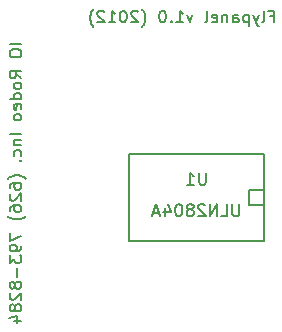
<source format=gbo>
G04 (created by PCBNEW-RS274X (2011-05-25)-stable) date Fri 25 Jan 2013 03:29:58 PM PST*
G01*
G70*
G90*
%MOIN*%
G04 Gerber Fmt 3.4, Leading zero omitted, Abs format*
%FSLAX34Y34*%
G04 APERTURE LIST*
%ADD10C,0.006000*%
%ADD11C,0.007900*%
%ADD12C,0.008000*%
G04 APERTURE END LIST*
G54D10*
G54D11*
X40316Y-28448D02*
X39922Y-28448D01*
X39922Y-28711D02*
X39922Y-28786D01*
X39941Y-28823D01*
X39979Y-28861D01*
X40054Y-28880D01*
X40185Y-28880D01*
X40260Y-28861D01*
X40298Y-28823D01*
X40316Y-28786D01*
X40316Y-28711D01*
X40298Y-28673D01*
X40260Y-28636D01*
X40185Y-28617D01*
X40054Y-28617D01*
X39979Y-28636D01*
X39941Y-28673D01*
X39922Y-28711D01*
X40316Y-29574D02*
X40129Y-29443D01*
X40316Y-29349D02*
X39922Y-29349D01*
X39922Y-29499D01*
X39941Y-29536D01*
X39960Y-29555D01*
X39998Y-29574D01*
X40054Y-29574D01*
X40091Y-29555D01*
X40110Y-29536D01*
X40129Y-29499D01*
X40129Y-29349D01*
X40316Y-29799D02*
X40298Y-29762D01*
X40279Y-29743D01*
X40241Y-29724D01*
X40129Y-29724D01*
X40091Y-29743D01*
X40073Y-29762D01*
X40054Y-29799D01*
X40054Y-29855D01*
X40073Y-29893D01*
X40091Y-29912D01*
X40129Y-29930D01*
X40241Y-29930D01*
X40279Y-29912D01*
X40298Y-29893D01*
X40316Y-29855D01*
X40316Y-29799D01*
X40316Y-30268D02*
X39922Y-30268D01*
X40298Y-30268D02*
X40316Y-30230D01*
X40316Y-30155D01*
X40298Y-30118D01*
X40279Y-30099D01*
X40241Y-30080D01*
X40129Y-30080D01*
X40091Y-30099D01*
X40073Y-30118D01*
X40054Y-30155D01*
X40054Y-30230D01*
X40073Y-30268D01*
X40298Y-30605D02*
X40316Y-30567D01*
X40316Y-30492D01*
X40298Y-30455D01*
X40260Y-30436D01*
X40110Y-30436D01*
X40073Y-30455D01*
X40054Y-30492D01*
X40054Y-30567D01*
X40073Y-30605D01*
X40110Y-30624D01*
X40148Y-30624D01*
X40185Y-30436D01*
X40316Y-30849D02*
X40298Y-30812D01*
X40279Y-30793D01*
X40241Y-30774D01*
X40129Y-30774D01*
X40091Y-30793D01*
X40073Y-30812D01*
X40054Y-30849D01*
X40054Y-30905D01*
X40073Y-30943D01*
X40091Y-30962D01*
X40129Y-30980D01*
X40241Y-30980D01*
X40279Y-30962D01*
X40298Y-30943D01*
X40316Y-30905D01*
X40316Y-30849D01*
X40316Y-31449D02*
X39922Y-31449D01*
X40054Y-31637D02*
X40316Y-31637D01*
X40091Y-31637D02*
X40073Y-31656D01*
X40054Y-31693D01*
X40054Y-31749D01*
X40073Y-31787D01*
X40110Y-31806D01*
X40316Y-31806D01*
X40298Y-32162D02*
X40316Y-32124D01*
X40316Y-32049D01*
X40298Y-32012D01*
X40279Y-31993D01*
X40241Y-31974D01*
X40129Y-31974D01*
X40091Y-31993D01*
X40073Y-32012D01*
X40054Y-32049D01*
X40054Y-32124D01*
X40073Y-32162D01*
X40279Y-32331D02*
X40298Y-32350D01*
X40316Y-32331D01*
X40298Y-32312D01*
X40279Y-32331D01*
X40316Y-32331D01*
X40467Y-32931D02*
X40448Y-32913D01*
X40392Y-32875D01*
X40354Y-32856D01*
X40298Y-32838D01*
X40204Y-32819D01*
X40129Y-32819D01*
X40035Y-32838D01*
X39979Y-32856D01*
X39941Y-32875D01*
X39885Y-32913D01*
X39866Y-32931D01*
X39922Y-33251D02*
X39922Y-33176D01*
X39941Y-33138D01*
X39960Y-33119D01*
X40016Y-33082D01*
X40091Y-33063D01*
X40241Y-33063D01*
X40279Y-33082D01*
X40298Y-33101D01*
X40316Y-33138D01*
X40316Y-33213D01*
X40298Y-33251D01*
X40279Y-33269D01*
X40241Y-33288D01*
X40148Y-33288D01*
X40110Y-33269D01*
X40091Y-33251D01*
X40073Y-33213D01*
X40073Y-33138D01*
X40091Y-33101D01*
X40110Y-33082D01*
X40148Y-33063D01*
X39960Y-33438D02*
X39941Y-33457D01*
X39922Y-33494D01*
X39922Y-33588D01*
X39941Y-33626D01*
X39960Y-33644D01*
X39998Y-33663D01*
X40035Y-33663D01*
X40091Y-33644D01*
X40316Y-33419D01*
X40316Y-33663D01*
X39922Y-34001D02*
X39922Y-33926D01*
X39941Y-33888D01*
X39960Y-33869D01*
X40016Y-33832D01*
X40091Y-33813D01*
X40241Y-33813D01*
X40279Y-33832D01*
X40298Y-33851D01*
X40316Y-33888D01*
X40316Y-33963D01*
X40298Y-34001D01*
X40279Y-34019D01*
X40241Y-34038D01*
X40148Y-34038D01*
X40110Y-34019D01*
X40091Y-34001D01*
X40073Y-33963D01*
X40073Y-33888D01*
X40091Y-33851D01*
X40110Y-33832D01*
X40148Y-33813D01*
X40467Y-34169D02*
X40448Y-34188D01*
X40392Y-34226D01*
X40354Y-34244D01*
X40298Y-34263D01*
X40204Y-34282D01*
X40129Y-34282D01*
X40035Y-34263D01*
X39979Y-34244D01*
X39941Y-34226D01*
X39885Y-34188D01*
X39866Y-34169D01*
X39922Y-34732D02*
X39922Y-34995D01*
X40316Y-34826D01*
X40316Y-35164D02*
X40316Y-35239D01*
X40298Y-35276D01*
X40279Y-35295D01*
X40223Y-35332D01*
X40148Y-35351D01*
X39998Y-35351D01*
X39960Y-35332D01*
X39941Y-35314D01*
X39922Y-35276D01*
X39922Y-35201D01*
X39941Y-35164D01*
X39960Y-35145D01*
X39998Y-35126D01*
X40091Y-35126D01*
X40129Y-35145D01*
X40148Y-35164D01*
X40166Y-35201D01*
X40166Y-35276D01*
X40148Y-35314D01*
X40129Y-35332D01*
X40091Y-35351D01*
X39922Y-35482D02*
X39922Y-35726D01*
X40073Y-35595D01*
X40073Y-35651D01*
X40091Y-35689D01*
X40110Y-35707D01*
X40148Y-35726D01*
X40241Y-35726D01*
X40279Y-35707D01*
X40298Y-35689D01*
X40316Y-35651D01*
X40316Y-35539D01*
X40298Y-35501D01*
X40279Y-35482D01*
X40166Y-35895D02*
X40166Y-36195D01*
X40091Y-36439D02*
X40073Y-36402D01*
X40054Y-36383D01*
X40016Y-36364D01*
X39998Y-36364D01*
X39960Y-36383D01*
X39941Y-36402D01*
X39922Y-36439D01*
X39922Y-36514D01*
X39941Y-36552D01*
X39960Y-36570D01*
X39998Y-36589D01*
X40016Y-36589D01*
X40054Y-36570D01*
X40073Y-36552D01*
X40091Y-36514D01*
X40091Y-36439D01*
X40110Y-36402D01*
X40129Y-36383D01*
X40166Y-36364D01*
X40241Y-36364D01*
X40279Y-36383D01*
X40298Y-36402D01*
X40316Y-36439D01*
X40316Y-36514D01*
X40298Y-36552D01*
X40279Y-36570D01*
X40241Y-36589D01*
X40166Y-36589D01*
X40129Y-36570D01*
X40110Y-36552D01*
X40091Y-36514D01*
X39960Y-36739D02*
X39941Y-36758D01*
X39922Y-36795D01*
X39922Y-36889D01*
X39941Y-36927D01*
X39960Y-36945D01*
X39998Y-36964D01*
X40035Y-36964D01*
X40091Y-36945D01*
X40316Y-36720D01*
X40316Y-36964D01*
X40091Y-37189D02*
X40073Y-37152D01*
X40054Y-37133D01*
X40016Y-37114D01*
X39998Y-37114D01*
X39960Y-37133D01*
X39941Y-37152D01*
X39922Y-37189D01*
X39922Y-37264D01*
X39941Y-37302D01*
X39960Y-37320D01*
X39998Y-37339D01*
X40016Y-37339D01*
X40054Y-37320D01*
X40073Y-37302D01*
X40091Y-37264D01*
X40091Y-37189D01*
X40110Y-37152D01*
X40129Y-37133D01*
X40166Y-37114D01*
X40241Y-37114D01*
X40279Y-37133D01*
X40298Y-37152D01*
X40316Y-37189D01*
X40316Y-37264D01*
X40298Y-37302D01*
X40279Y-37320D01*
X40241Y-37339D01*
X40166Y-37339D01*
X40129Y-37320D01*
X40110Y-37302D01*
X40091Y-37264D01*
X40054Y-37677D02*
X40316Y-37677D01*
X39904Y-37583D02*
X40185Y-37489D01*
X40185Y-37733D01*
X48605Y-27512D02*
X48736Y-27512D01*
X48736Y-27718D02*
X48736Y-27324D01*
X48549Y-27324D01*
X48342Y-27718D02*
X48379Y-27700D01*
X48398Y-27662D01*
X48398Y-27324D01*
X48230Y-27456D02*
X48136Y-27718D01*
X48042Y-27456D02*
X48136Y-27718D01*
X48173Y-27812D01*
X48192Y-27831D01*
X48230Y-27850D01*
X47892Y-27456D02*
X47892Y-27850D01*
X47892Y-27475D02*
X47855Y-27456D01*
X47780Y-27456D01*
X47742Y-27475D01*
X47723Y-27493D01*
X47705Y-27531D01*
X47705Y-27643D01*
X47723Y-27681D01*
X47742Y-27700D01*
X47780Y-27718D01*
X47855Y-27718D01*
X47892Y-27700D01*
X47367Y-27718D02*
X47367Y-27512D01*
X47386Y-27475D01*
X47424Y-27456D01*
X47499Y-27456D01*
X47536Y-27475D01*
X47367Y-27700D02*
X47405Y-27718D01*
X47499Y-27718D01*
X47536Y-27700D01*
X47555Y-27662D01*
X47555Y-27625D01*
X47536Y-27587D01*
X47499Y-27568D01*
X47405Y-27568D01*
X47367Y-27550D01*
X47180Y-27456D02*
X47180Y-27718D01*
X47180Y-27493D02*
X47161Y-27475D01*
X47124Y-27456D01*
X47068Y-27456D01*
X47030Y-27475D01*
X47011Y-27512D01*
X47011Y-27718D01*
X46674Y-27700D02*
X46712Y-27718D01*
X46787Y-27718D01*
X46824Y-27700D01*
X46843Y-27662D01*
X46843Y-27512D01*
X46824Y-27475D01*
X46787Y-27456D01*
X46712Y-27456D01*
X46674Y-27475D01*
X46655Y-27512D01*
X46655Y-27550D01*
X46843Y-27587D01*
X46430Y-27718D02*
X46467Y-27700D01*
X46486Y-27662D01*
X46486Y-27324D01*
X46018Y-27456D02*
X45924Y-27718D01*
X45830Y-27456D01*
X45474Y-27718D02*
X45699Y-27718D01*
X45586Y-27718D02*
X45586Y-27324D01*
X45624Y-27381D01*
X45661Y-27418D01*
X45699Y-27437D01*
X45305Y-27681D02*
X45286Y-27700D01*
X45305Y-27718D01*
X45324Y-27700D01*
X45305Y-27681D01*
X45305Y-27718D01*
X45042Y-27324D02*
X45005Y-27324D01*
X44967Y-27343D01*
X44948Y-27362D01*
X44930Y-27400D01*
X44911Y-27475D01*
X44911Y-27568D01*
X44930Y-27643D01*
X44948Y-27681D01*
X44967Y-27700D01*
X45005Y-27718D01*
X45042Y-27718D01*
X45080Y-27700D01*
X45098Y-27681D01*
X45117Y-27643D01*
X45136Y-27568D01*
X45136Y-27475D01*
X45117Y-27400D01*
X45098Y-27362D01*
X45080Y-27343D01*
X45042Y-27324D01*
X44330Y-27869D02*
X44348Y-27850D01*
X44386Y-27794D01*
X44405Y-27756D01*
X44423Y-27700D01*
X44442Y-27606D01*
X44442Y-27531D01*
X44423Y-27437D01*
X44405Y-27381D01*
X44386Y-27343D01*
X44348Y-27287D01*
X44330Y-27268D01*
X44198Y-27362D02*
X44179Y-27343D01*
X44142Y-27324D01*
X44048Y-27324D01*
X44010Y-27343D01*
X43992Y-27362D01*
X43973Y-27400D01*
X43973Y-27437D01*
X43992Y-27493D01*
X44217Y-27718D01*
X43973Y-27718D01*
X43729Y-27324D02*
X43692Y-27324D01*
X43654Y-27343D01*
X43635Y-27362D01*
X43617Y-27400D01*
X43598Y-27475D01*
X43598Y-27568D01*
X43617Y-27643D01*
X43635Y-27681D01*
X43654Y-27700D01*
X43692Y-27718D01*
X43729Y-27718D01*
X43767Y-27700D01*
X43785Y-27681D01*
X43804Y-27643D01*
X43823Y-27568D01*
X43823Y-27475D01*
X43804Y-27400D01*
X43785Y-27362D01*
X43767Y-27343D01*
X43729Y-27324D01*
X43223Y-27718D02*
X43448Y-27718D01*
X43335Y-27718D02*
X43335Y-27324D01*
X43373Y-27381D01*
X43410Y-27418D01*
X43448Y-27437D01*
X43073Y-27362D02*
X43054Y-27343D01*
X43017Y-27324D01*
X42923Y-27324D01*
X42885Y-27343D01*
X42867Y-27362D01*
X42848Y-27400D01*
X42848Y-27437D01*
X42867Y-27493D01*
X43092Y-27718D01*
X42848Y-27718D01*
X42717Y-27869D02*
X42698Y-27850D01*
X42660Y-27794D01*
X42642Y-27756D01*
X42623Y-27700D01*
X42604Y-27606D01*
X42604Y-27531D01*
X42623Y-27437D01*
X42642Y-27381D01*
X42660Y-27343D01*
X42698Y-27287D01*
X42717Y-27268D01*
G54D12*
X48405Y-32114D02*
X43905Y-32114D01*
X48405Y-35012D02*
X43905Y-35016D01*
X48405Y-35012D02*
X48405Y-32114D01*
X43905Y-35012D02*
X43905Y-32114D01*
X48411Y-33313D02*
X47911Y-33313D01*
X47911Y-33313D02*
X47911Y-33813D01*
X47911Y-33813D02*
X48411Y-33813D01*
X46466Y-32725D02*
X46466Y-33049D01*
X46447Y-33087D01*
X46428Y-33106D01*
X46390Y-33125D01*
X46313Y-33125D01*
X46275Y-33106D01*
X46256Y-33087D01*
X46237Y-33049D01*
X46237Y-32725D01*
X45837Y-33125D02*
X46066Y-33125D01*
X45952Y-33125D02*
X45952Y-32725D01*
X45990Y-32782D01*
X46028Y-32820D01*
X46066Y-32839D01*
X47580Y-33775D02*
X47580Y-34099D01*
X47561Y-34137D01*
X47542Y-34156D01*
X47504Y-34175D01*
X47427Y-34175D01*
X47389Y-34156D01*
X47370Y-34137D01*
X47351Y-34099D01*
X47351Y-33775D01*
X46970Y-34175D02*
X47161Y-34175D01*
X47161Y-33775D01*
X46837Y-34175D02*
X46837Y-33775D01*
X46608Y-34175D01*
X46608Y-33775D01*
X46437Y-33813D02*
X46418Y-33794D01*
X46380Y-33775D01*
X46284Y-33775D01*
X46246Y-33794D01*
X46227Y-33813D01*
X46208Y-33851D01*
X46208Y-33889D01*
X46227Y-33946D01*
X46456Y-34175D01*
X46208Y-34175D01*
X45980Y-33946D02*
X46018Y-33927D01*
X46037Y-33908D01*
X46056Y-33870D01*
X46056Y-33851D01*
X46037Y-33813D01*
X46018Y-33794D01*
X45980Y-33775D01*
X45903Y-33775D01*
X45865Y-33794D01*
X45846Y-33813D01*
X45827Y-33851D01*
X45827Y-33870D01*
X45846Y-33908D01*
X45865Y-33927D01*
X45903Y-33946D01*
X45980Y-33946D01*
X46018Y-33965D01*
X46037Y-33984D01*
X46056Y-34023D01*
X46056Y-34099D01*
X46037Y-34137D01*
X46018Y-34156D01*
X45980Y-34175D01*
X45903Y-34175D01*
X45865Y-34156D01*
X45846Y-34137D01*
X45827Y-34099D01*
X45827Y-34023D01*
X45846Y-33984D01*
X45865Y-33965D01*
X45903Y-33946D01*
X45580Y-33775D02*
X45541Y-33775D01*
X45503Y-33794D01*
X45484Y-33813D01*
X45465Y-33851D01*
X45446Y-33927D01*
X45446Y-34023D01*
X45465Y-34099D01*
X45484Y-34137D01*
X45503Y-34156D01*
X45541Y-34175D01*
X45580Y-34175D01*
X45618Y-34156D01*
X45637Y-34137D01*
X45656Y-34099D01*
X45675Y-34023D01*
X45675Y-33927D01*
X45656Y-33851D01*
X45637Y-33813D01*
X45618Y-33794D01*
X45580Y-33775D01*
X45103Y-33908D02*
X45103Y-34175D01*
X45199Y-33756D02*
X45294Y-34042D01*
X45046Y-34042D01*
X44913Y-34061D02*
X44722Y-34061D01*
X44951Y-34175D02*
X44818Y-33775D01*
X44684Y-34175D01*
M02*

</source>
